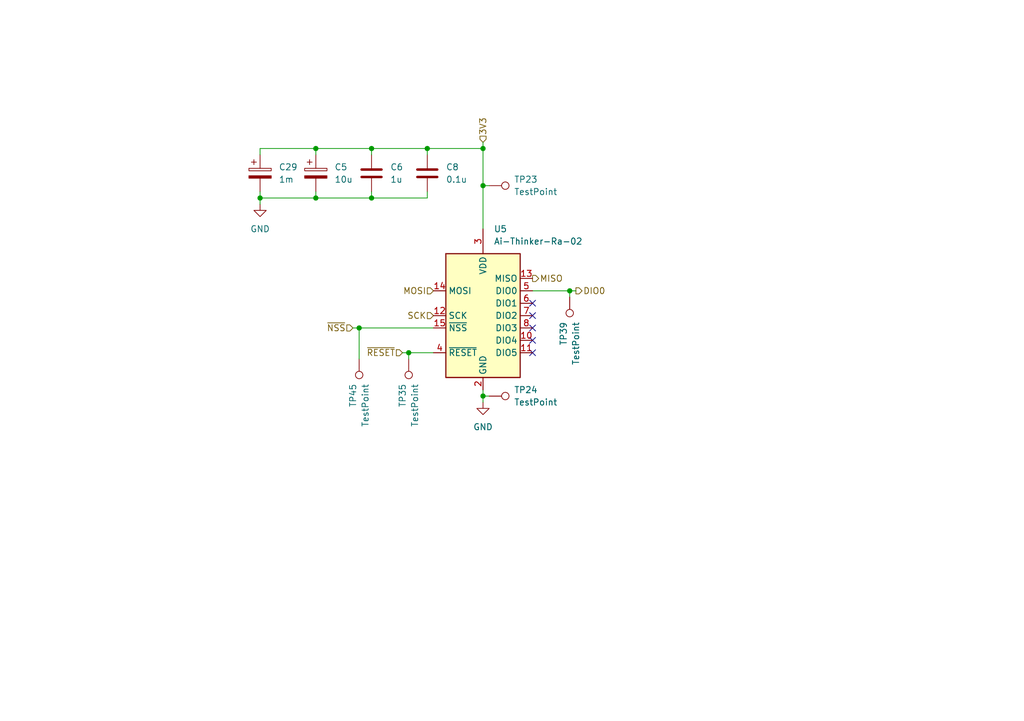
<source format=kicad_sch>
(kicad_sch (version 20230121) (generator eeschema)
  (paper "A5")
  (title_block (title "LoRa") (date "2024-02-19") (rev "1") (company "shawnd.xyz") (comment 3 "wireless communications in case the Wi-Fi connection fails.") (comment 4 "The LoRa block is just an AI Thinker RA-02 LoRa module. This is used for backup"))
  (lib_symbols
    (symbol "Connector:TestPoint" (pin_numbers hide) (pin_names (offset 0.762) hide)
      (property "Reference" "TP" (at 0 6.858 0))
      (property "Value" "TestPoint" (at 0 5.08 0))
      (symbol "TestPoint_0_1"
        (circle (center 0 3.302) (radius 0.762))
      )
      (symbol "TestPoint_1_1"
        (pin passive line (at 0 0 90) (length 2.54) (name "1") (number "1"))
      )
    )
    (symbol "Device:C" (pin_numbers hide) (pin_names (offset 0.254))
      (property "Reference" "C" (at 0.635 2.54 0))
      (property "Value" "C" (at 0.635 -2.54 0))
      (symbol "C_0_1"
        (polyline (pts (xy -2.032 -0.762) (xy 2.032 -0.762)) (stroke (width 0.508)))
        (polyline (pts (xy -2.032 0.762) (xy 2.032 0.762)) (stroke (width 0.508)))
      )
      (symbol "C_1_1"
        (pin passive line (at 0 3.81 270) (length 2.794) (name "~") (number "1"))
        (pin passive line (at 0 -3.81 90) (length 2.794) (name "~") (number "2"))
      )
    )
    (symbol "Device:C_Polarized" (pin_numbers hide) (pin_names (offset 0.254))
      (property "Reference" "C" (at 0.635 2.54 0))
      (property "Value" "C_Polarized" (at 0.635 -2.54 0))
      (symbol "C_Polarized_0_1"
        (rectangle (start -2.286 0.508) (end 2.286 1.016))
        (polyline (pts (xy -1.778 2.286) (xy -0.762 2.286)))
        (polyline (pts (xy -1.27 2.794) (xy -1.27 1.778)))
        (rectangle (start 2.286 -0.508) (end -2.286 -1.016) (fill (type outline)))
      )
      (symbol "C_Polarized_1_1"
        (pin passive line (at 0 3.81 270) (length 2.794) (name "~") (number "1"))
        (pin passive line (at 0 -3.81 90) (length 2.794) (name "~") (number "2"))
      )
    )
    (symbol "RF_Module:Ai-Thinker-Ra-02"
      (property "Reference" "U4" (at 2.1941 17.78 0))
      (property "Value" "Ai-Thinker-Ra-02" (at 2.1941 15.24 0))
      (symbol "Ai-Thinker-Ra-02_0_1"
        (rectangle (start -7.62 12.7) (end 7.62 -12.7) (stroke (width 0.254)) (fill (type background)))
      )
      (symbol "Ai-Thinker-Ra-02_1_1"
        (pin passive line (at 0 -15.24 90) (length 2.54) hide (name "GND") (number "1"))
        (pin bidirectional line (at 10.16 -5.08 180) (length 2.54) (name "DIO4") (number "10"))
        (pin bidirectional line (at 10.16 -7.62 180) (length 2.54) (name "DIO5") (number "11"))
        (pin input line (at -10.16 0 0) (length 2.54) (name "SCK") (number "12"))
        (pin output line (at 10.16 7.62 180) (length 2.54) (name "MISO") (number "13"))
        (pin input line (at -10.16 5.08 0) (length 2.54) (name "MOSI") (number "14"))
        (pin input line (at -10.16 -2.54 0) (length 2.54) (name "~{NSS}") (number "15"))
        (pin passive line (at 0 -15.24 90) (length 2.54) hide (name "GND") (number "16"))
        (pin power_in line (at 0 -15.24 90) (length 2.54) (name "GND") (number "2"))
        (pin power_in line (at 0 17.78 270) (length 5.08) (name "VDD") (number "3"))
        (pin input line (at -10.16 -7.62 0) (length 2.54) (name "~{RESET}") (number "4"))
        (pin bidirectional line (at 10.16 5.08 180) (length 2.54) (name "DIO0") (number "5"))
        (pin bidirectional line (at 10.16 2.54 180) (length 2.54) (name "DIO1") (number "6"))
        (pin bidirectional line (at 10.16 0 180) (length 2.54) (name "DIO2") (number "7"))
        (pin bidirectional line (at 10.16 -2.54 180) (length 2.54) (name "DIO3") (number "8"))
        (pin passive line (at 0 -15.24 90) (length 2.54) hide (name "GND") (number "9"))
      )
    )
    (symbol "power:GND" (power) (pin_names (offset 0))
      (property "Value" "GND" (at 0 -3.81 0))
      (symbol "GND_0_1"
        (polyline (pts (xy 0 0) (xy 0 -1.27) (xy 1.27 -1.27) (xy 0 -2.54) (xy -1.27 -1.27) (xy 0 -1.27)))
      )
      (symbol "GND_1_1"
        (pin power_in line (at 0 0 270) (length 0) hide (name "GND") (number "1"))
      )
    )
  )
  (junction (at 116.84 59.69))
  (junction (at 99.06 30.48))
  (junction (at 53.34 40.64))
  (junction (at 76.2 30.48))
  (junction (at 76.2 40.64))
  (junction (at 99.06 81.28))
  (junction (at 99.06 38.1))
  (junction (at 87.63 30.48))
  (junction (at 83.82 72.39))
  (junction (at 73.66 67.31))
  (junction (at 64.77 40.64))
  (junction (at 64.77 30.48))
  (no_connect (at 109.22 72.39))
  (no_connect (at 109.22 67.31))
  (no_connect (at 109.22 62.23))
  (no_connect (at 109.22 64.77))
  (no_connect (at 109.22 69.85))
  (wire (pts (xy 99.06 30.48) (xy 99.06 38.1)))
  (wire (pts (xy 73.66 67.31) (xy 73.66 73.66)))
  (wire (pts (xy 72.39 67.31) (xy 73.66 67.31)))
  (wire (pts (xy 118.11 59.69) (xy 116.84 59.69)))
  (wire (pts (xy 64.77 39.37) (xy 64.77 40.64)))
  (wire (pts (xy 53.34 31.75) (xy 53.34 30.48)))
  (wire (pts (xy 87.63 30.48) (xy 76.2 30.48)))
  (wire (pts (xy 82.55 72.39) (xy 83.82 72.39)))
  (wire (pts (xy 99.06 81.28) (xy 99.06 80.01)))
  (wire (pts (xy 53.34 39.37) (xy 53.34 40.64)))
  (wire (pts (xy 99.06 38.1) (xy 99.06 46.99)))
  (wire (pts (xy 109.22 59.69) (xy 116.84 59.69)))
  (wire (pts (xy 53.34 41.91) (xy 53.34 40.64)))
  (wire (pts (xy 73.66 67.31) (xy 88.9 67.31)))
  (wire (pts (xy 99.06 81.28) (xy 100.33 81.28)))
  (wire (pts (xy 99.06 82.55) (xy 99.06 81.28)))
  (wire (pts (xy 99.06 30.48) (xy 87.63 30.48)))
  (wire (pts (xy 64.77 31.75) (xy 64.77 30.48)))
  (wire (pts (xy 87.63 40.64) (xy 87.63 39.37)))
  (wire (pts (xy 64.77 30.48) (xy 76.2 30.48)))
  (wire (pts (xy 83.82 72.39) (xy 88.9 72.39)))
  (wire (pts (xy 116.84 59.69) (xy 116.84 60.96)))
  (wire (pts (xy 64.77 40.64) (xy 76.2 40.64)))
  (wire (pts (xy 99.06 29.21) (xy 99.06 30.48)))
  (wire (pts (xy 76.2 40.64) (xy 87.63 40.64)))
  (wire (pts (xy 53.34 30.48) (xy 64.77 30.48)))
  (wire (pts (xy 53.34 40.64) (xy 64.77 40.64)))
  (wire (pts (xy 76.2 40.64) (xy 76.2 39.37)))
  (wire (pts (xy 99.06 38.1) (xy 100.33 38.1)))
  (wire (pts (xy 87.63 30.48) (xy 87.63 31.75)))
  (wire (pts (xy 83.82 72.39) (xy 83.82 73.66)))
  (wire (pts (xy 76.2 30.48) (xy 76.2 31.75)))
  (hierarchical_label "~{RESET}" (shape input) (at 82.55 72.39 180))
  (hierarchical_label "MISO" (shape output) (at 109.22 57.15 0))
  (hierarchical_label "SCK" (shape input) (at 88.9 64.77 180))
  (hierarchical_label "~{NSS}" (shape input) (at 72.39 67.31 180))
  (hierarchical_label "DIO0" (shape output) (at 118.11 59.69 0))
  (hierarchical_label "MOSI" (shape input) (at 88.9 59.69 180))
  (hierarchical_label "3V3" (shape input) (at 99.06 29.21 90))
  (symbol (lib_id "power:GND") (at 99.06 82.55 0) (unit 1)
    (property "Reference" "#PWR020" (effects hide))
    (property "Value" "GND" (at 99.06 87.63 0))
  )
  (symbol (lib_id "Connector:TestPoint") (at 100.33 38.1 270) (unit 1)
    (property "Reference" "TP23" (at 105.41 36.83 90) (effects (justify left)))
    (property "Value" "TestPoint" (at 105.41 39.37 90) (effects (justify left)))
  )
  (symbol (lib_id "Device:C") (at 87.63 35.56 0) (unit 1)
    (property "Reference" "C8" (at 91.44 34.29 0) (effects (justify left)))
    (property "Value" "0.1u" (at 91.44 36.83 0) (effects (justify left)))
  )
  (symbol (lib_id "Connector:TestPoint") (at 116.84 60.96 180) (unit 1)
    (property "Reference" "TP39" (at 115.57 66.04 90) (effects (justify left)))
    (property "Value" "TestPoint" (at 118.11 66.04 90) (effects (justify left)))
  )
  (symbol (lib_id "RF_Module:Ai-Thinker-Ra-02") (at 99.06 64.77 0) (unit 1)
    (property "Reference" "U5" (at 101.2541 46.99 0) (effects (justify left)))
    (property "Value" "Ai-Thinker-Ra-02" (at 101.2541 49.53 0) (effects (justify left)))
    (property "Footprint" "RF_Module:Ai-Thinker-Ra-01-LoRa" (effects hide))
    (property "Datasheet" "http://wiki.ai-thinker.com/_media/lora/docs/c048ps01a1_ra-02_product_specification_v1.1.pdf" (effects hide))
  )
  (symbol (lib_id "Connector:TestPoint") (at 83.82 73.66 180) (unit 1)
    (property "Reference" "TP35" (at 82.55 78.74 90) (effects (justify left)))
    (property "Value" "TestPoint" (at 85.09 78.74 90) (effects (justify left)))
  )
  (symbol (lib_id "Device:C") (at 76.2 35.56 0) (unit 1)
    (property "Reference" "C6" (at 80.01 34.29 0) (effects (justify left)))
    (property "Value" "1u" (at 80.01 36.83 0) (effects (justify left)))
  )
  (symbol (lib_id "Device:C_Polarized") (at 53.34 35.56 0) (unit 1)
    (property "Reference" "C29" (at 57.15 34.29 0) (effects (justify left)))
    (property "Value" "1m" (at 57.15 36.83 0) (effects (justify left)))
  )
  (symbol (lib_id "Connector:TestPoint") (at 100.33 81.28 270) (unit 1)
    (property "Reference" "TP24" (at 105.41 80.01 90) (effects (justify left)))
    (property "Value" "TestPoint" (at 105.41 82.55 90) (effects (justify left)))
  )
  (symbol (lib_id "Device:C_Polarized") (at 64.77 35.56 0) (unit 1)
    (property "Reference" "C5" (at 68.58 34.29 0) (effects (justify left)))
    (property "Value" "10u" (at 68.58 36.83 0) (effects (justify left)))
  )
  (symbol (lib_id "power:GND") (at 53.34 41.91 0) (unit 1)
    (property "Reference" "#PWR010" (effects hide))
    (property "Value" "GND" (at 53.34 46.99 0))
  )
  (symbol (lib_id "Connector:TestPoint") (at 73.66 73.66 180) (unit 1)
    (property "Reference" "TP45" (at 72.39 78.74 90) (effects (justify left)))
    (property "Value" "TestPoint" (at 74.93 78.74 90) (effects (justify left)))
  )
)
</source>
